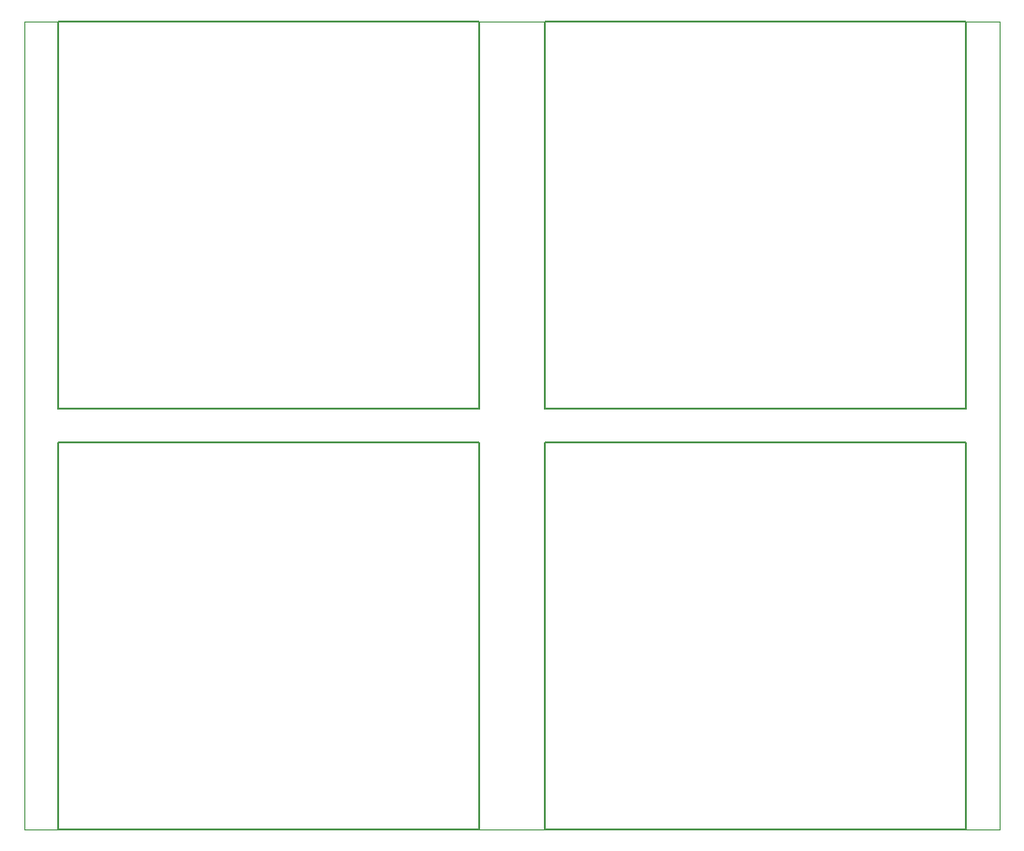
<source format=gbr>
%TF.GenerationSoftware,KiCad,Pcbnew,(6.0.4)*%
%TF.CreationDate,2022-09-20T15:17:21+09:00*%
%TF.ProjectId,mainboard_p_rev3,6d61696e-626f-4617-9264-5f705f726576,rev?*%
%TF.SameCoordinates,Original*%
%TF.FileFunction,Profile,NP*%
%FSLAX46Y46*%
G04 Gerber Fmt 4.6, Leading zero omitted, Abs format (unit mm)*
G04 Created by KiCad (PCBNEW (6.0.4)) date 2022-09-20 15:17:21*
%MOMM*%
%LPD*%
G01*
G04 APERTURE LIST*
%TA.AperFunction,Profile*%
%ADD10C,0.050000*%
%TD*%
%TA.AperFunction,Profile*%
%ADD11C,0.200000*%
%TD*%
G04 APERTURE END LIST*
D10*
X181000000Y-133000000D02*
X93000000Y-133000000D01*
X93000000Y-133000000D02*
X93000000Y-60000000D01*
X93000000Y-60000000D02*
X181000000Y-60000000D01*
X181000000Y-60000000D02*
X181000000Y-133000000D01*
D11*
X178000000Y-133000000D02*
X140000000Y-133000000D01*
X140000000Y-133000000D02*
X140000000Y-98000000D01*
X140000000Y-98000000D02*
X178000000Y-98000000D01*
X178000000Y-98000000D02*
X178000000Y-133000000D01*
X134000000Y-133000000D02*
X96000000Y-133000000D01*
X96000000Y-133000000D02*
X96000000Y-98000000D01*
X96000000Y-98000000D02*
X134000000Y-98000000D01*
X134000000Y-98000000D02*
X134000000Y-133000000D01*
X178000000Y-95000000D02*
X140000000Y-95000000D01*
X140000000Y-95000000D02*
X140000000Y-60000000D01*
X140000000Y-60000000D02*
X178000000Y-60000000D01*
X178000000Y-60000000D02*
X178000000Y-95000000D01*
X134000000Y-95000000D02*
X96000000Y-95000000D01*
X96000000Y-95000000D02*
X96000000Y-60000000D01*
X96000000Y-60000000D02*
X134000000Y-60000000D01*
X134000000Y-60000000D02*
X134000000Y-95000000D01*
M02*

</source>
